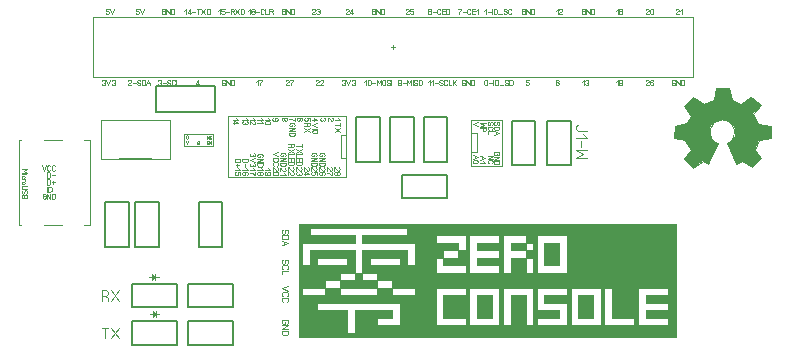
<source format=gbr>
%FSLAX34Y34*%
%MOMM*%
%LNCOPPER_BOTTOM*%
G71*
G01*
%ADD10C, 0.10*%
%ADD11C, 0.06*%
%ADD12C, 0.03*%
%ADD13C, 0.00*%
%ADD14C, 0.15*%
%ADD15C, 0.11*%
%ADD16R, 0.50X0.50*%
%ADD17C, 0.07*%
%LPD*%
G54D10*
X338931Y955675D02*
X338931Y952500D01*
G54D10*
X337344Y954088D02*
X340519Y954088D01*
G54D10*
X84931Y979488D02*
X592931Y979488D01*
X592931Y928688D01*
X84931Y928688D01*
X84931Y979488D01*
G54D10*
X298813Y844337D02*
X199197Y844338D01*
G54D10*
X298813Y895733D02*
X199197Y895733D01*
G54D10*
X298813Y844337D02*
X298813Y895733D01*
G54D10*
X199197Y844338D02*
X199197Y895733D01*
G54D10*
X298813Y860212D02*
X294844Y860212D01*
G54D10*
X298813Y879858D02*
X294844Y879858D01*
G54D10*
X294844Y860212D02*
X294844Y879858D01*
G54D11*
X292480Y894153D02*
X294147Y892486D01*
X289702Y892486D01*
G54D11*
X283352Y891486D02*
X283352Y894153D01*
X283630Y894153D01*
X284186Y893819D01*
X285852Y891819D01*
X286408Y891486D01*
X286964Y891486D01*
X287519Y891819D01*
X287797Y892486D01*
X287797Y893153D01*
X287519Y893819D01*
X286964Y894153D01*
G54D11*
X280614Y894153D02*
X281169Y893819D01*
X281447Y893153D01*
X281447Y892486D01*
X281169Y891819D01*
X280614Y891486D01*
X280058Y891486D01*
X279502Y891819D01*
X279225Y892486D01*
X278947Y891819D01*
X278391Y891486D01*
X277836Y891486D01*
X277280Y891819D01*
X277002Y892486D01*
X277002Y893153D01*
X277280Y893819D01*
X277836Y894153D01*
G54D11*
X270256Y892153D02*
X274700Y892153D01*
X271922Y894153D01*
X271367Y894153D01*
X271367Y891486D01*
G54D11*
X267953Y891486D02*
X267953Y894153D01*
X266009Y894153D01*
X266009Y893819D01*
X266286Y893153D01*
X266286Y892486D01*
X266009Y891819D01*
X265453Y891486D01*
X264342Y891486D01*
X263786Y891819D01*
X263509Y892486D01*
X263509Y893153D01*
X263786Y893819D01*
X264342Y894153D01*
G54D11*
X260770Y891486D02*
X261325Y891819D01*
X261603Y892486D01*
X261603Y893153D01*
X261325Y893819D01*
X260770Y894153D01*
X259381Y894153D01*
X259103Y894153D01*
X259659Y893153D01*
X259659Y892486D01*
X259381Y891819D01*
X258825Y891486D01*
X257992Y891486D01*
X257436Y891819D01*
X257159Y892486D01*
X257159Y893153D01*
X257436Y893819D01*
X257992Y894153D01*
X259381Y894153D01*
G54D11*
X255253Y894153D02*
X255253Y891486D01*
X254698Y891819D01*
X253864Y892486D01*
X252753Y893153D01*
X251920Y893486D01*
X250809Y893486D01*
G54D11*
X246681Y892486D02*
X246681Y893153D01*
X246959Y893819D01*
X247514Y894153D01*
X248070Y894153D01*
X248625Y893819D01*
X248903Y893153D01*
X248903Y892486D01*
X248625Y891819D01*
X248070Y891486D01*
X247514Y891486D01*
X246959Y891819D01*
X246681Y892486D01*
X246403Y891819D01*
X245848Y891486D01*
X245292Y891486D01*
X244736Y891819D01*
X244459Y892486D01*
X244459Y893153D01*
X244736Y893819D01*
X245292Y894153D01*
X245848Y894153D01*
X246403Y893819D01*
X246681Y893153D01*
G54D11*
X237354Y894153D02*
X236799Y893819D01*
X236521Y893153D01*
X236521Y892486D01*
X236799Y891819D01*
X237354Y891486D01*
X238744Y891486D01*
X239021Y891486D01*
X238466Y892486D01*
X238466Y893153D01*
X238744Y893819D01*
X239299Y894153D01*
X240132Y894153D01*
X240688Y893819D01*
X240966Y893153D01*
X240966Y892486D01*
X240688Y891819D01*
X240132Y891486D01*
X238744Y891486D01*
G54D11*
X232949Y894153D02*
X234616Y892486D01*
X230171Y892486D01*
G54D11*
X233782Y888597D02*
X231004Y888597D01*
X230449Y888930D01*
X230171Y889597D01*
X230171Y890264D01*
X230449Y890930D01*
X231004Y891264D01*
X233782Y891264D01*
X234338Y890930D01*
X234616Y890264D01*
X234616Y889597D01*
X234338Y888930D01*
X233782Y888597D01*
G54D11*
X226599Y894153D02*
X228266Y892486D01*
X223821Y892486D01*
G54D11*
X226599Y891264D02*
X228266Y889597D01*
X223821Y889597D01*
G54D11*
X220249Y894153D02*
X221916Y892486D01*
X217471Y892486D01*
G54D11*
X217471Y888597D02*
X217471Y891264D01*
X217749Y891264D01*
X218304Y890930D01*
X219971Y888930D01*
X220527Y888597D01*
X221082Y888597D01*
X221638Y888930D01*
X221916Y889597D01*
X221916Y890264D01*
X221638Y890930D01*
X221082Y891264D01*
G54D11*
X213899Y894153D02*
X215566Y892486D01*
X211121Y892486D01*
G54D11*
X214732Y891264D02*
X215288Y890930D01*
X215566Y890264D01*
X215566Y889597D01*
X215288Y888930D01*
X214732Y888597D01*
X214177Y888597D01*
X213621Y888930D01*
X213344Y889597D01*
X213066Y888930D01*
X212510Y888597D01*
X211955Y888597D01*
X211399Y888930D01*
X211121Y889597D01*
X211121Y890264D01*
X211399Y890930D01*
X211954Y891264D01*
G54D11*
X205962Y894153D02*
X207628Y892486D01*
X203184Y892486D01*
G54D11*
X203184Y889264D02*
X207628Y889264D01*
X204850Y891264D01*
X204295Y891264D01*
X204295Y888597D01*
G54D11*
X207549Y851290D02*
X209216Y849623D01*
X204771Y849623D01*
G54D11*
X209216Y845734D02*
X209216Y848401D01*
X207271Y848401D01*
X207271Y848068D01*
X207549Y847401D01*
X207549Y846734D01*
X207271Y846068D01*
X206716Y845734D01*
X205604Y845734D01*
X205049Y846068D01*
X204771Y846734D01*
X204771Y847401D01*
X205049Y848068D01*
X205605Y848401D01*
G54D11*
X213899Y851290D02*
X215566Y849623D01*
X211121Y849623D01*
G54D11*
X214732Y845734D02*
X215288Y846068D01*
X215566Y846734D01*
X215566Y847401D01*
X215288Y848068D01*
X214732Y848401D01*
X213344Y848401D01*
X213066Y848401D01*
X213621Y847401D01*
X213621Y846734D01*
X213344Y846068D01*
X212788Y845734D01*
X211955Y845734D01*
X211399Y846068D01*
X211121Y846734D01*
X211121Y847401D01*
X211399Y848068D01*
X211955Y848401D01*
X213344Y848401D01*
G54D11*
X220249Y851290D02*
X221916Y849623D01*
X217471Y849623D01*
G54D11*
X221916Y848401D02*
X221916Y845734D01*
X221360Y846068D01*
X220527Y846734D01*
X219416Y847401D01*
X218582Y847734D01*
X217471Y847734D01*
G54D11*
X226599Y851290D02*
X228266Y849623D01*
X223821Y849623D01*
G54D11*
X226044Y846734D02*
X226044Y847401D01*
X226321Y848068D01*
X226877Y848401D01*
X227432Y848401D01*
X227988Y848068D01*
X228266Y847401D01*
X228266Y846734D01*
X227988Y846068D01*
X227432Y845734D01*
X226877Y845734D01*
X226321Y846068D01*
X226044Y846734D01*
X225766Y846068D01*
X225210Y845734D01*
X224654Y845734D01*
X224099Y846068D01*
X223821Y846734D01*
X223821Y847401D01*
X224099Y848068D01*
X224654Y848401D01*
X225210Y848401D01*
X225766Y848068D01*
X226044Y847401D01*
G54D11*
X232949Y851290D02*
X234616Y849623D01*
X230171Y849623D01*
G54D11*
X231004Y848401D02*
X230449Y848068D01*
X230171Y847401D01*
X230171Y846734D01*
X230449Y846068D01*
X231004Y845734D01*
X232394Y845734D01*
X232671Y845734D01*
X232116Y846734D01*
X232116Y847401D01*
X232394Y848068D01*
X232949Y848401D01*
X233782Y848401D01*
X234338Y848068D01*
X234616Y847401D01*
X234616Y846734D01*
X234338Y846068D01*
X233782Y845734D01*
X232394Y845734D01*
G54D11*
X236918Y849417D02*
X236918Y852084D01*
X237196Y852084D01*
X237752Y851751D01*
X239418Y849751D01*
X239974Y849417D01*
X240529Y849417D01*
X241085Y849751D01*
X241362Y850417D01*
X241362Y851084D01*
X241085Y851750D01*
X240529Y852084D01*
G54D11*
X240529Y845528D02*
X237751Y845528D01*
X237196Y845862D01*
X236918Y846528D01*
X236918Y847195D01*
X237196Y847862D01*
X237752Y848195D01*
X240529Y848195D01*
X241085Y847862D01*
X241362Y847195D01*
X241362Y846528D01*
X241085Y845862D01*
X240529Y845528D01*
G54D11*
X243268Y848623D02*
X243268Y851290D01*
X243546Y851290D01*
X244101Y850957D01*
X245768Y848957D01*
X246324Y848623D01*
X246879Y848623D01*
X247435Y848957D01*
X247712Y849623D01*
X247713Y850290D01*
X247435Y850957D01*
X246879Y851290D01*
G54D11*
X246046Y847401D02*
X247712Y845734D01*
X243268Y845734D01*
G54D11*
X250015Y849417D02*
X250015Y852084D01*
X250293Y852084D01*
X250848Y851751D01*
X252515Y849751D01*
X253071Y849417D01*
X253626Y849417D01*
X254182Y849751D01*
X254459Y850417D01*
X254459Y851084D01*
X254182Y851751D01*
X253626Y852084D01*
G54D11*
X250015Y845528D02*
X250015Y848195D01*
X250293Y848195D01*
X250848Y847862D01*
X252515Y845862D01*
X253071Y845528D01*
X253626Y845528D01*
X254182Y845862D01*
X254459Y846528D01*
X254459Y847195D01*
X254182Y847862D01*
X253626Y848195D01*
G54D11*
X256762Y849417D02*
X256762Y852084D01*
X257040Y852084D01*
X257595Y851751D01*
X259262Y849750D01*
X259817Y849417D01*
X260373Y849417D01*
X260928Y849751D01*
X261206Y850417D01*
X261206Y851084D01*
X260929Y851751D01*
X260373Y852084D01*
G54D11*
X260373Y848195D02*
X260929Y847862D01*
X261206Y847195D01*
X261206Y846528D01*
X260928Y845862D01*
X260373Y845528D01*
X259817Y845528D01*
X259262Y845862D01*
X258984Y846528D01*
X258706Y845862D01*
X258151Y845528D01*
X257595Y845528D01*
X257040Y845862D01*
X256762Y846528D01*
X256762Y847195D01*
X257040Y847862D01*
X257595Y848195D01*
G54D11*
X263112Y849417D02*
X263112Y852084D01*
X263390Y852084D01*
X263945Y851751D01*
X265612Y849751D01*
X266167Y849417D01*
X266723Y849417D01*
X267278Y849751D01*
X267556Y850417D01*
X267556Y851084D01*
X267278Y851751D01*
X266723Y852084D01*
G54D11*
X263112Y846195D02*
X267556Y846195D01*
X264778Y848195D01*
X264223Y848195D01*
X264223Y845528D01*
G54D11*
X269462Y849417D02*
X269462Y852084D01*
X269740Y852084D01*
X270295Y851751D01*
X271962Y849751D01*
X272517Y849417D01*
X273073Y849417D01*
X273628Y849751D01*
X273906Y850417D01*
X273906Y851084D01*
X273629Y851750D01*
X273073Y852084D01*
G54D11*
X273906Y845528D02*
X273906Y848195D01*
X271962Y848195D01*
X271962Y847862D01*
X272240Y847195D01*
X272240Y846528D01*
X271962Y845862D01*
X271406Y845528D01*
X270295Y845528D01*
X269740Y845862D01*
X269462Y846528D01*
X269462Y847195D01*
X269740Y847862D01*
X270295Y848195D01*
G54D11*
X276209Y849417D02*
X276209Y852084D01*
X276486Y852084D01*
X277042Y851750D01*
X278709Y849751D01*
X279264Y849417D01*
X279820Y849417D01*
X280375Y849751D01*
X280653Y850417D01*
X280653Y851084D01*
X280375Y851750D01*
X279820Y852084D01*
G54D11*
X279820Y845528D02*
X280375Y845862D01*
X280653Y846528D01*
X280653Y847195D01*
X280375Y847862D01*
X279820Y848195D01*
X278431Y848195D01*
X278153Y848195D01*
X278709Y847195D01*
X278709Y846528D01*
X278431Y845862D01*
X277875Y845528D01*
X277042Y845528D01*
X276486Y845862D01*
X276209Y846528D01*
X276209Y847195D01*
X276486Y847862D01*
X277042Y848195D01*
X278431Y848195D01*
G54D11*
X282559Y849417D02*
X282559Y852084D01*
X282836Y852084D01*
X283392Y851751D01*
X285059Y849751D01*
X285614Y849417D01*
X286170Y849417D01*
X286725Y849750D01*
X287003Y850417D01*
X287003Y851084D01*
X286725Y851751D01*
X286170Y852084D01*
G54D11*
X287003Y848195D02*
X287003Y845528D01*
X286448Y845862D01*
X285614Y846528D01*
X284503Y847195D01*
X283670Y847528D01*
X282559Y847528D01*
G54D11*
X288909Y849417D02*
X288909Y852084D01*
X289186Y852084D01*
X289742Y851751D01*
X291409Y849751D01*
X291964Y849417D01*
X292520Y849417D01*
X293075Y849751D01*
X293353Y850417D01*
X293353Y851084D01*
X293075Y851751D01*
X292520Y852084D01*
G54D11*
X291131Y846528D02*
X291131Y847195D01*
X291409Y847862D01*
X291964Y848195D01*
X292520Y848195D01*
X293075Y847862D01*
X293353Y847195D01*
X293353Y846528D01*
X293075Y845862D01*
X292520Y845528D01*
X291964Y845528D01*
X291409Y845862D01*
X291131Y846528D01*
X290853Y845862D01*
X290298Y845528D01*
X289742Y845528D01*
X289186Y845862D01*
X288909Y846528D01*
X288909Y847195D01*
X289186Y847862D01*
X289742Y848195D01*
X290298Y848195D01*
X290853Y847862D01*
X291131Y847195D01*
G54D11*
X256762Y870594D02*
X261206Y870594D01*
G54D11*
X261206Y871928D02*
X261206Y869261D01*
G54D11*
X261206Y868039D02*
X256762Y864705D01*
G54D11*
X256762Y868039D02*
X261206Y864705D01*
G54D11*
X261206Y863484D02*
X256762Y863484D01*
X256762Y861150D01*
G54D11*
X256762Y857595D02*
X256762Y859929D01*
X261206Y859929D01*
X261206Y857595D01*
G54D11*
X258984Y859929D02*
X258984Y857595D01*
G54D11*
X256762Y856374D02*
X261206Y856374D01*
X261206Y854707D01*
X260928Y854040D01*
X260373Y853707D01*
X257595Y853707D01*
X257040Y854040D01*
X256762Y854707D01*
X256762Y856374D01*
G54D11*
X252237Y870594D02*
X251682Y869594D01*
X251126Y869261D01*
X250015Y869261D01*
G54D11*
X250015Y871928D02*
X254459Y871928D01*
X254459Y870261D01*
X254182Y869594D01*
X253626Y869261D01*
X253071Y869261D01*
X252515Y869594D01*
X252237Y870261D01*
X252237Y871928D01*
G54D11*
X254459Y868039D02*
X250015Y864705D01*
G54D11*
X250015Y868039D02*
X254459Y864705D01*
G54D11*
X254459Y863484D02*
X250015Y863484D01*
X250015Y861150D01*
G54D11*
X250015Y857595D02*
X250015Y859929D01*
X254459Y859929D01*
X254459Y857595D01*
G54D11*
X252237Y859929D02*
X252237Y857595D01*
G54D11*
X250015Y856374D02*
X254459Y856374D01*
X254459Y854707D01*
X254182Y854040D01*
X253626Y853707D01*
X250848Y853707D01*
X250293Y854040D01*
X250015Y854707D01*
X250015Y856374D01*
G54D11*
X211121Y859228D02*
X215566Y859228D01*
X215566Y857561D01*
X215288Y856894D01*
X214732Y856561D01*
X211954Y856561D01*
X211399Y856894D01*
X211121Y857561D01*
X211121Y859228D01*
G54D11*
X213066Y855339D02*
X213066Y852672D01*
G54D11*
X204771Y859228D02*
X209216Y859228D01*
X209216Y857561D01*
X208938Y856894D01*
X208382Y856561D01*
X205605Y856561D01*
X205049Y856894D01*
X204771Y857561D01*
X204771Y859228D01*
G54D11*
X206716Y855339D02*
X206716Y852672D01*
G54D11*
X207827Y854005D02*
X205605Y854005D01*
G54D11*
X289702Y888057D02*
X294147Y888057D01*
G54D11*
X294147Y889390D02*
X294147Y886723D01*
G54D11*
X294147Y885501D02*
X289702Y882168D01*
G54D11*
X289702Y885501D02*
X294147Y882168D01*
G54D11*
X265731Y888057D02*
X265175Y887057D01*
X264620Y886724D01*
X263509Y886724D01*
G54D11*
X263509Y889390D02*
X267953Y889390D01*
X267953Y887723D01*
X267675Y887057D01*
X267120Y886723D01*
X266564Y886724D01*
X266009Y887057D01*
X265731Y887723D01*
X265731Y889390D01*
G54D11*
X267953Y885501D02*
X263509Y882168D01*
G54D11*
X263509Y885501D02*
X267953Y882168D01*
G54D11*
X253031Y888057D02*
X253031Y886723D01*
X251642Y886724D01*
X251086Y887057D01*
X250809Y887723D01*
X250809Y888390D01*
X251086Y889057D01*
X251642Y889390D01*
X254420Y889390D01*
X254975Y889057D01*
X255253Y888390D01*
X255253Y887723D01*
X254975Y887057D01*
X254420Y886724D01*
G54D11*
X250809Y885501D02*
X255253Y885501D01*
X250809Y882834D01*
X255253Y882834D01*
G54D11*
X250809Y881612D02*
X255253Y881612D01*
X255253Y879945D01*
X254975Y879279D01*
X254420Y878945D01*
X251642Y878946D01*
X251086Y879279D01*
X250809Y879946D01*
X250809Y881612D01*
G54D11*
X278431Y862657D02*
X278431Y861324D01*
X277042Y861324D01*
X276486Y861657D01*
X276209Y862323D01*
X276209Y862990D01*
X276486Y863657D01*
X277042Y863990D01*
X279820Y863990D01*
X280375Y863657D01*
X280653Y862990D01*
X280653Y862324D01*
X280375Y861657D01*
X279820Y861323D01*
G54D11*
X276209Y860101D02*
X280653Y860101D01*
X276209Y857434D01*
X280653Y857434D01*
G54D11*
X276209Y856212D02*
X280653Y856212D01*
X280653Y854545D01*
X280375Y853879D01*
X279820Y853545D01*
X277042Y853545D01*
X276486Y853879D01*
X276209Y854546D01*
X276209Y856212D01*
G54D11*
X271684Y862657D02*
X271684Y861323D01*
X270295Y861324D01*
X269740Y861657D01*
X269462Y862324D01*
X269462Y862990D01*
X269740Y863657D01*
X270295Y863990D01*
X273073Y863990D01*
X273628Y863657D01*
X273906Y862990D01*
X273906Y862324D01*
X273628Y861657D01*
X273073Y861323D01*
G54D11*
X269462Y860101D02*
X273906Y860101D01*
X269462Y857434D01*
X273906Y857434D01*
G54D11*
X269462Y856212D02*
X273906Y856212D01*
X273906Y854546D01*
X273628Y853879D01*
X273073Y853546D01*
X270295Y853546D01*
X269740Y853879D01*
X269462Y854546D01*
X269462Y856212D01*
G54D11*
X245490Y862657D02*
X245490Y861323D01*
X244102Y861323D01*
X243546Y861657D01*
X243268Y862324D01*
X243268Y862990D01*
X243546Y863657D01*
X244101Y863990D01*
X246879Y863990D01*
X247435Y863657D01*
X247712Y862990D01*
X247713Y862323D01*
X247435Y861657D01*
X246879Y861324D01*
G54D11*
X243268Y860101D02*
X247712Y860101D01*
X243268Y857434D01*
X247712Y857434D01*
G54D11*
X243268Y856212D02*
X247712Y856212D01*
X247713Y854546D01*
X247435Y853879D01*
X246879Y853545D01*
X244102Y853545D01*
X243546Y853879D01*
X243268Y854545D01*
X243268Y856212D01*
G54D11*
X226044Y861863D02*
X226044Y860530D01*
X224654Y860530D01*
X224099Y860863D01*
X223821Y861530D01*
X223821Y862196D01*
X224099Y862863D01*
X224654Y863196D01*
X227432Y863196D01*
X227988Y862863D01*
X228266Y862196D01*
X228266Y861530D01*
X227988Y860863D01*
X227432Y860530D01*
G54D11*
X223821Y859307D02*
X228266Y859307D01*
X223821Y856641D01*
X228266Y856641D01*
G54D11*
X223821Y855418D02*
X228266Y855418D01*
X228266Y853752D01*
X227988Y853085D01*
X227432Y852752D01*
X224654Y852752D01*
X224099Y853085D01*
X223821Y853752D01*
X223821Y855418D01*
G54D11*
X274700Y889390D02*
X270256Y887724D01*
X274700Y886057D01*
G54D11*
X270256Y884835D02*
X274700Y884835D01*
G54D11*
X273867Y880946D02*
X271089Y880946D01*
X270533Y881280D01*
X270256Y881946D01*
X270256Y882613D01*
X270533Y883280D01*
X271089Y883613D01*
X273867Y883613D01*
X274422Y883280D01*
X274700Y882613D01*
X274700Y881946D01*
X274422Y881280D01*
X273867Y880946D01*
G54D11*
X221082Y863990D02*
X221638Y863657D01*
X221916Y862990D01*
X221916Y862324D01*
X221638Y861657D01*
X221082Y861323D01*
X220527Y861323D01*
X219971Y861657D01*
X219694Y862323D01*
X219416Y861657D01*
X218860Y861324D01*
X218304Y861324D01*
X217749Y861657D01*
X217471Y862323D01*
X217471Y862990D01*
X217749Y863657D01*
X218304Y863990D01*
G54D11*
X221916Y860101D02*
X217471Y858434D01*
X221916Y856768D01*
G54D11*
X221082Y855546D02*
X221638Y855213D01*
X221916Y854546D01*
X221916Y853879D01*
X221638Y853213D01*
X221082Y852879D01*
X220527Y852879D01*
X219971Y853213D01*
X219694Y853879D01*
X219416Y853213D01*
X218860Y852879D01*
X218304Y852879D01*
X217749Y853213D01*
X217471Y853879D01*
X217471Y854546D01*
X217749Y855213D01*
X218304Y855546D01*
G54D11*
X241379Y864790D02*
X236935Y863124D01*
X241379Y861457D01*
G54D11*
X237768Y857569D02*
X237213Y857902D01*
X236935Y858569D01*
X236935Y859235D01*
X237213Y859902D01*
X237768Y860235D01*
X240546Y860235D01*
X241102Y859902D01*
X241379Y859235D01*
X241379Y858569D01*
X241102Y857902D01*
X240546Y857568D01*
G54D11*
X237768Y853680D02*
X237213Y854013D01*
X236935Y854680D01*
X236935Y855346D01*
X237213Y856013D01*
X237768Y856346D01*
X240546Y856346D01*
X241102Y856013D01*
X241379Y855346D01*
X241379Y854680D01*
X241102Y854013D01*
X240546Y853680D01*
G54D10*
X161528Y880070D02*
X186134Y880070D01*
X186134Y870545D01*
X161528Y870545D01*
X161528Y880070D01*
G54D12*
X163116Y874403D02*
X164116Y871736D01*
X165116Y874403D01*
G54D12*
X173838Y873069D02*
X174638Y873069D01*
X174638Y872236D01*
X174438Y871903D01*
X174038Y871736D01*
X173638Y871736D01*
X173238Y871903D01*
X173038Y872236D01*
X173038Y873903D01*
X173238Y874236D01*
X173638Y874403D01*
X174038Y874403D01*
X174438Y874236D01*
X174638Y873903D01*
G54D12*
X182375Y871736D02*
X180975Y871736D01*
X180975Y874403D01*
X182375Y874403D01*
G54D12*
X180975Y873069D02*
X182375Y873069D01*
G54D12*
X183108Y871736D02*
X183108Y874403D01*
X184708Y871736D01*
X184708Y874403D01*
G54D12*
X165112Y878665D02*
X165112Y876998D01*
X164912Y876665D01*
X164512Y876498D01*
X164112Y876498D01*
X163712Y876665D01*
X163512Y876998D01*
X163512Y878665D01*
X163712Y878998D01*
X164112Y879165D01*
X164512Y879165D01*
X164912Y878998D01*
X165112Y878665D01*
G54D12*
X180975Y876102D02*
X180975Y878768D01*
X182575Y876102D01*
X182575Y878768D01*
G54D12*
X184908Y876602D02*
X184708Y876268D01*
X184308Y876102D01*
X183908Y876102D01*
X183508Y876268D01*
X183308Y876602D01*
X183308Y878268D01*
X183508Y878602D01*
X183908Y878768D01*
X184308Y878768D01*
X184708Y878602D01*
X184908Y878268D01*
G54D13*
X133747Y859631D02*
X106759Y859631D01*
G54D10*
X149423Y858838D02*
X91083Y858838D01*
X91083Y892175D01*
X149423Y892175D01*
X149423Y858838D01*
G54D10*
X404416Y892175D02*
X430609Y892175D01*
X430609Y853678D01*
X404416Y853678D01*
X404416Y892175D01*
G54D10*
X405209Y881062D02*
X409972Y881062D01*
X409972Y865188D01*
X405209Y865188D01*
G54D11*
X410442Y890303D02*
X405997Y888637D01*
X410442Y886970D01*
G54D11*
X417049Y889709D02*
X412604Y889709D01*
X415382Y888042D01*
X412604Y886376D01*
X417049Y886376D01*
G54D11*
X412604Y885154D02*
X417049Y885154D01*
X417049Y883487D01*
X416771Y882821D01*
X416216Y882487D01*
X415660Y882487D01*
X415104Y882821D01*
X414827Y883487D01*
X414827Y885154D01*
G54D11*
X419536Y890588D02*
X418981Y890254D01*
X418703Y889588D01*
X418703Y888921D01*
X418981Y888254D01*
X419536Y887921D01*
X420092Y887921D01*
X420648Y888254D01*
X420925Y888921D01*
X420925Y889588D01*
X421203Y890254D01*
X421759Y890588D01*
X422314Y890588D01*
X422870Y890254D01*
X423148Y889588D01*
X423148Y888921D01*
X422870Y888254D01*
X422314Y887921D01*
G54D11*
X419536Y884032D02*
X418981Y884365D01*
X418703Y885032D01*
X418703Y885698D01*
X418981Y886365D01*
X419536Y886698D01*
X422314Y886698D01*
X422870Y886365D01*
X423148Y885698D01*
X423148Y885032D01*
X422870Y884365D01*
X422314Y884032D01*
G54D11*
X423148Y882810D02*
X418703Y882810D01*
X418703Y880476D01*
G54D11*
X425093Y890588D02*
X424537Y890254D01*
X424259Y889588D01*
X424259Y888921D01*
X424537Y888254D01*
X425093Y887921D01*
X425648Y887921D01*
X426204Y888254D01*
X426482Y888921D01*
X426482Y889588D01*
X426759Y890254D01*
X427315Y890588D01*
X427870Y890588D01*
X428426Y890254D01*
X428704Y889588D01*
X428704Y888921D01*
X428426Y888254D01*
X427870Y887921D01*
G54D11*
X424259Y886698D02*
X428704Y886698D01*
X428704Y885032D01*
X428426Y884365D01*
X427870Y884032D01*
X425093Y884032D01*
X424537Y884365D01*
X424259Y885032D01*
X424259Y886698D01*
G54D11*
X424259Y882810D02*
X428704Y881143D01*
X424259Y879476D01*
G54D11*
X425926Y882143D02*
X425926Y880143D01*
G54D11*
X406003Y862806D02*
X410448Y861140D01*
X406003Y859473D01*
G54D11*
X407670Y862140D02*
X407670Y860140D01*
G54D11*
X409614Y855585D02*
X406836Y855585D01*
X406281Y855918D01*
X406003Y856585D01*
X406003Y857251D01*
X406281Y857918D01*
X406836Y858251D01*
X409614Y858251D01*
X410170Y857918D01*
X410448Y857251D01*
X410448Y856585D01*
X410170Y855918D01*
X409614Y855585D01*
G54D11*
X412353Y862012D02*
X416798Y860346D01*
X412353Y858679D01*
G54D11*
X414020Y861346D02*
X414020Y859346D01*
G54D11*
X415131Y857458D02*
X416798Y855791D01*
X412353Y855791D01*
G54D11*
X418703Y862012D02*
X423148Y862012D01*
X418703Y859346D01*
X423148Y859346D01*
G54D11*
X419536Y855457D02*
X418981Y855790D01*
X418703Y856457D01*
X418703Y857124D01*
X418981Y857790D01*
X419536Y858124D01*
X422314Y858124D01*
X422870Y857790D01*
X423148Y857124D01*
X423148Y856457D01*
X422870Y855790D01*
X422314Y855457D01*
G54D11*
X426482Y863854D02*
X426482Y862521D01*
X425093Y862521D01*
X424537Y862854D01*
X424259Y863521D01*
X424259Y864188D01*
X424537Y864854D01*
X425093Y865188D01*
X427870Y865188D01*
X428426Y864854D01*
X428704Y864188D01*
X428704Y863521D01*
X428426Y862854D01*
X427870Y862521D01*
G54D11*
X424259Y861298D02*
X428704Y861298D01*
X424259Y858632D01*
X428704Y858632D01*
G54D11*
X424259Y857410D02*
X428704Y857410D01*
X428704Y855743D01*
X428426Y855076D01*
X427870Y854743D01*
X425093Y854743D01*
X424537Y855076D01*
X424259Y855743D01*
X424259Y857410D01*
G54D14*
X203175Y753744D02*
X203175Y733744D01*
X165175Y733744D01*
X165175Y753744D01*
X203175Y753744D01*
G54D14*
X203175Y721994D02*
X203175Y701994D01*
X165175Y701994D01*
X165175Y721994D01*
X203175Y721994D01*
G54D14*
X155550Y721994D02*
X155550Y701994D01*
X117550Y701994D01*
X117550Y721994D01*
X155550Y721994D01*
G54D14*
X155550Y753744D02*
X155550Y733744D01*
X117550Y733744D01*
X117550Y753744D01*
X155550Y753744D01*
G54D15*
X94742Y743426D02*
X96742Y742315D01*
X97408Y741203D01*
X97408Y738981D01*
G54D15*
X92075Y738981D02*
X92075Y747870D01*
X95408Y747870D01*
X96742Y747315D01*
X97408Y746203D01*
X97408Y745092D01*
X96742Y743981D01*
X95408Y743426D01*
X92075Y743426D01*
G54D15*
X99852Y747870D02*
X106519Y738981D01*
G54D15*
X99852Y738981D02*
X106519Y747870D01*
G54D15*
X94742Y707231D02*
X94742Y716120D01*
G54D15*
X92075Y716120D02*
X97408Y716120D01*
G54D15*
X99852Y716120D02*
X106519Y707231D01*
G54D15*
X99852Y707231D02*
X106519Y716120D01*
G54D11*
X139700Y925155D02*
X140033Y925710D01*
X140700Y925988D01*
X141367Y925988D01*
X142033Y925710D01*
X142367Y925155D01*
X142367Y924599D01*
X142033Y924044D01*
X141367Y923766D01*
X142033Y923488D01*
X142367Y922933D01*
X142367Y922377D01*
X142033Y921822D01*
X141367Y921544D01*
X140700Y921544D01*
X140033Y921822D01*
X139700Y922377D01*
G54D11*
X143589Y923488D02*
X146256Y923488D01*
G54D11*
X147478Y922377D02*
X147811Y921822D01*
X148478Y921544D01*
X149145Y921544D01*
X149811Y921822D01*
X150145Y922377D01*
X150145Y922933D01*
X149811Y923488D01*
X149145Y923766D01*
X148478Y923766D01*
X147811Y924044D01*
X147478Y924599D01*
X147478Y925155D01*
X147811Y925710D01*
X148478Y925988D01*
X149145Y925988D01*
X149811Y925710D01*
X150145Y925155D01*
G54D11*
X154034Y922377D02*
X153700Y921822D01*
X153034Y921544D01*
X152367Y921544D01*
X151700Y921822D01*
X151367Y922377D01*
X151367Y925155D01*
X151700Y925710D01*
X152367Y925988D01*
X153034Y925988D01*
X153700Y925710D01*
X154034Y925155D01*
G54D11*
X155256Y925988D02*
X155256Y921544D01*
X157589Y921544D01*
G54D11*
X116967Y921544D02*
X114300Y921544D01*
X114300Y921822D01*
X114633Y922377D01*
X116633Y924044D01*
X116967Y924599D01*
X116967Y925155D01*
X116633Y925710D01*
X115967Y925988D01*
X115300Y925988D01*
X114633Y925710D01*
X114300Y925155D01*
G54D11*
X118189Y923488D02*
X120856Y923488D01*
G54D11*
X122078Y922377D02*
X122411Y921822D01*
X123078Y921544D01*
X123745Y921544D01*
X124411Y921822D01*
X124745Y922377D01*
X124745Y922933D01*
X124411Y923488D01*
X123745Y923766D01*
X123078Y923766D01*
X122411Y924044D01*
X122078Y924599D01*
X122078Y925155D01*
X122411Y925710D01*
X123078Y925988D01*
X123745Y925988D01*
X124411Y925710D01*
X124745Y925155D01*
G54D11*
X125967Y921544D02*
X125967Y925988D01*
X127634Y925988D01*
X128300Y925710D01*
X128634Y925155D01*
X128634Y922377D01*
X128300Y921822D01*
X127634Y921544D01*
X125967Y921544D01*
G54D11*
X129856Y921544D02*
X131523Y925988D01*
X133189Y921544D01*
G54D11*
X130523Y923210D02*
X132523Y923210D01*
G54D14*
X307475Y894506D02*
X327475Y894506D01*
X327475Y856506D01*
X307475Y856506D01*
X307475Y894506D01*
G54D14*
X336050Y894506D02*
X356050Y894506D01*
X356050Y856506D01*
X336050Y856506D01*
X336050Y894506D01*
G54D14*
X364625Y894506D02*
X384625Y894506D01*
X384625Y856506D01*
X364625Y856506D01*
X364625Y894506D01*
G54D14*
X439238Y891729D02*
X459238Y891729D01*
X459238Y853729D01*
X439238Y853729D01*
X439238Y891729D01*
G54D10*
X611981Y919559D02*
X623094Y919559D01*
X625475Y909241D01*
X633016Y906066D01*
X642144Y912019D01*
X650081Y904875D01*
X643731Y896938D01*
X647303Y889000D01*
X658416Y887412D01*
X658416Y876697D01*
X648494Y875506D01*
X644922Y867172D01*
X650081Y859631D01*
X642541Y852091D01*
X633809Y857647D01*
X629444Y854869D01*
X621903Y871538D01*
G54D10*
X613172Y871538D02*
X605631Y855266D01*
X601266Y857250D01*
X592931Y851694D01*
X584597Y859234D01*
X590550Y867172D01*
X586978Y875506D01*
X576659Y876697D01*
X577056Y887412D01*
X587772Y889397D01*
X590550Y895747D01*
X584597Y904081D01*
X592534Y911622D01*
X601662Y906066D01*
X610394Y909241D01*
X611981Y919559D01*
G54D10*
G75*
G01X621634Y872222D02*
G03X613429Y872222I-4103J9666D01*
G01*
G36*
X577056Y887412D02*
X587772Y889397D01*
X590550Y895747D01*
X584597Y904081D01*
X592534Y911622D01*
X601662Y906066D01*
X610394Y909241D01*
X611981Y919559D01*
X623094Y919559D01*
X625475Y909241D01*
X633016Y906066D01*
X642144Y912019D01*
X650081Y904875D01*
X643731Y896938D01*
X647303Y889000D01*
X658416Y887412D01*
X658416Y876697D01*
X648494Y875506D01*
X644922Y867172D01*
X650081Y859631D01*
X642541Y852091D01*
X633809Y857647D01*
X629444Y854869D01*
X621506Y872331D01*
X622697Y872728D01*
X623888Y873522D01*
X626269Y875903D01*
X627856Y879078D01*
X628253Y881062D01*
X628253Y882650D01*
X627856Y885031D01*
X626666Y887809D01*
X624284Y890588D01*
X622300Y891778D01*
X620316Y892572D01*
X617934Y892969D01*
X615553Y892572D01*
X612378Y891778D01*
X609600Y889397D01*
X606822Y885428D01*
X606822Y879078D01*
X608012Y876697D01*
X609600Y874316D01*
X611981Y872331D01*
X613569Y872331D01*
X605631Y855266D01*
X601266Y857250D01*
X592931Y851694D01*
X584597Y859234D01*
X590550Y867172D01*
X577056Y887412D01*
G37*
G54D10*
X577056Y887412D02*
X587772Y889397D01*
X590550Y895747D01*
X584597Y904081D01*
X592534Y911622D01*
X601662Y906066D01*
X610394Y909241D01*
X611981Y919559D01*
X623094Y919559D01*
X625475Y909241D01*
X633016Y906066D01*
X642144Y912019D01*
X650081Y904875D01*
X643731Y896938D01*
X647303Y889000D01*
X658416Y887412D01*
X658416Y876697D01*
X648494Y875506D01*
X644922Y867172D01*
X650081Y859631D01*
X642541Y852091D01*
X633809Y857647D01*
X629444Y854869D01*
X621506Y872331D01*
X622697Y872728D01*
X623888Y873522D01*
X626269Y875903D01*
X627856Y879078D01*
X628253Y881062D01*
X628253Y882650D01*
X627856Y885031D01*
X626666Y887809D01*
X624284Y890588D01*
X622300Y891778D01*
X620316Y892572D01*
X617934Y892969D01*
X615553Y892572D01*
X612378Y891778D01*
X609600Y889397D01*
X606822Y885428D01*
X606822Y879078D01*
X608012Y876697D01*
X609600Y874316D01*
X611981Y872331D01*
X613569Y872331D01*
X605631Y855266D01*
X601266Y857250D01*
X592931Y851694D01*
X584597Y859234D01*
X590550Y867172D01*
X577056Y887412D01*
G36*
X577056Y887412D02*
X576659Y876697D01*
X586978Y875506D01*
X577056Y887412D01*
G37*
G54D10*
X577056Y887412D02*
X576659Y876697D01*
X586978Y875506D01*
X577056Y887412D01*
G54D11*
X161925Y984646D02*
X163592Y986313D01*
X163592Y981869D01*
G54D11*
X166814Y981869D02*
X166814Y986313D01*
X164814Y983535D01*
X164814Y982980D01*
X167481Y982980D01*
G54D11*
X168703Y983813D02*
X171370Y983813D01*
G54D11*
X173925Y981869D02*
X173925Y986313D01*
G54D11*
X172592Y986313D02*
X175259Y986313D01*
G54D11*
X176481Y986313D02*
X179814Y981869D01*
G54D11*
X176481Y981869D02*
X179814Y986313D01*
G54D11*
X181036Y981869D02*
X181036Y986313D01*
X182703Y986313D01*
X183369Y986035D01*
X183703Y985480D01*
X183703Y982702D01*
X183369Y982146D01*
X182703Y981869D01*
X181036Y981869D01*
G54D11*
X190500Y984646D02*
X192167Y986313D01*
X192167Y981869D01*
G54D11*
X196056Y986313D02*
X193389Y986313D01*
X193389Y984369D01*
X193722Y984369D01*
X194389Y984646D01*
X195056Y984646D01*
X195722Y984369D01*
X196056Y983813D01*
X196056Y982702D01*
X195722Y982146D01*
X195056Y981869D01*
X194389Y981869D01*
X193722Y982146D01*
X193389Y982702D01*
G54D11*
X197278Y983813D02*
X199945Y983813D01*
G54D11*
X202500Y984091D02*
X203500Y983535D01*
X203834Y982980D01*
X203834Y981869D01*
G54D11*
X201167Y981869D02*
X201167Y986313D01*
X202834Y986313D01*
X203500Y986035D01*
X203834Y985480D01*
X203834Y984924D01*
X203500Y984369D01*
X202834Y984091D01*
X201167Y984091D01*
G54D11*
X205056Y986313D02*
X208389Y981869D01*
G54D11*
X205056Y981869D02*
X208389Y986313D01*
G54D11*
X209611Y981869D02*
X209611Y986313D01*
X211278Y986313D01*
X211944Y986035D01*
X212278Y985480D01*
X212278Y982702D01*
X211944Y982146D01*
X211278Y981869D01*
X209611Y981869D01*
G54D11*
X415925Y984646D02*
X417592Y986313D01*
X417592Y981869D01*
G54D11*
X418814Y983813D02*
X421481Y983813D01*
G54D11*
X422703Y981869D02*
X422703Y986313D01*
G54D11*
X423925Y981869D02*
X423925Y986313D01*
X425592Y986313D01*
X426258Y986035D01*
X426592Y985480D01*
X426592Y982702D01*
X426258Y982146D01*
X425592Y981869D01*
X423925Y981869D01*
G54D11*
X427814Y981869D02*
X431147Y981869D01*
G54D11*
X432369Y982702D02*
X432702Y982146D01*
X433369Y981869D01*
X434036Y981869D01*
X434702Y982146D01*
X435036Y982702D01*
X435036Y983258D01*
X434702Y983813D01*
X434036Y984091D01*
X433369Y984091D01*
X432702Y984369D01*
X432369Y984924D01*
X432369Y985480D01*
X432702Y986035D01*
X433369Y986313D01*
X434036Y986313D01*
X434702Y986035D01*
X435036Y985480D01*
G54D11*
X438925Y982702D02*
X438591Y982146D01*
X437925Y981869D01*
X437258Y981869D01*
X436591Y982146D01*
X436258Y982702D01*
X436258Y985480D01*
X436591Y986035D01*
X437258Y986313D01*
X437925Y986313D01*
X438591Y986035D01*
X438925Y985480D01*
G54D11*
X418592Y925155D02*
X418592Y922377D01*
X418258Y921822D01*
X417592Y921544D01*
X416925Y921544D01*
X416258Y921822D01*
X415925Y922377D01*
X415925Y925155D01*
X416258Y925710D01*
X416925Y925988D01*
X417592Y925988D01*
X418258Y925710D01*
X418592Y925155D01*
G54D11*
X419814Y923488D02*
X422481Y923488D01*
G54D11*
X423703Y921544D02*
X423703Y925988D01*
G54D11*
X424925Y921544D02*
X424925Y925988D01*
X426592Y925988D01*
X427258Y925710D01*
X427592Y925155D01*
X427592Y922377D01*
X427258Y921822D01*
X426592Y921544D01*
X424925Y921544D01*
G54D11*
X428814Y921544D02*
X432147Y921544D01*
G54D11*
X433369Y922377D02*
X433702Y921822D01*
X434369Y921544D01*
X435036Y921544D01*
X435702Y921822D01*
X436036Y922377D01*
X436036Y922933D01*
X435702Y923488D01*
X435036Y923766D01*
X434369Y923766D01*
X433702Y924044D01*
X433369Y924599D01*
X433369Y925155D01*
X433702Y925710D01*
X434369Y925988D01*
X435036Y925988D01*
X435702Y925710D01*
X436036Y925155D01*
G54D11*
X437258Y921544D02*
X437258Y925988D01*
X438925Y925988D01*
X439591Y925710D01*
X439925Y925155D01*
X439925Y922377D01*
X439591Y921822D01*
X438925Y921544D01*
X437258Y921544D01*
G54D11*
X144208Y984091D02*
X145542Y984091D01*
X145542Y982702D01*
X145208Y982146D01*
X144542Y981869D01*
X143875Y981869D01*
X143208Y982146D01*
X142875Y982702D01*
X142875Y985480D01*
X143208Y986035D01*
X143875Y986313D01*
X144542Y986313D01*
X145208Y986035D01*
X145542Y985480D01*
G54D11*
X146764Y981869D02*
X146764Y986313D01*
X149431Y981869D01*
X149431Y986313D01*
G54D11*
X150653Y981869D02*
X150653Y986313D01*
X152320Y986313D01*
X152986Y986035D01*
X153320Y985480D01*
X153320Y982702D01*
X152986Y982146D01*
X152320Y981869D01*
X150653Y981869D01*
G54D11*
X195008Y923766D02*
X196342Y923766D01*
X196342Y922377D01*
X196008Y921822D01*
X195342Y921544D01*
X194675Y921544D01*
X194008Y921822D01*
X193675Y922377D01*
X193675Y925155D01*
X194008Y925710D01*
X194675Y925988D01*
X195342Y925988D01*
X196008Y925710D01*
X196342Y925155D01*
G54D11*
X197564Y921544D02*
X197564Y925988D01*
X200231Y921544D01*
X200231Y925988D01*
G54D11*
X201453Y921544D02*
X201453Y925988D01*
X203120Y925988D01*
X203786Y925710D01*
X204120Y925155D01*
X204120Y922377D01*
X203786Y921822D01*
X203120Y921544D01*
X201453Y921544D01*
G54D11*
X245808Y984091D02*
X247142Y984091D01*
X247142Y982702D01*
X246808Y982146D01*
X246142Y981869D01*
X245475Y981869D01*
X244808Y982146D01*
X244475Y982702D01*
X244475Y985480D01*
X244808Y986035D01*
X245475Y986313D01*
X246142Y986313D01*
X246808Y986035D01*
X247142Y985480D01*
G54D11*
X248364Y981869D02*
X248364Y986313D01*
X251031Y981869D01*
X251031Y986313D01*
G54D11*
X252253Y981869D02*
X252253Y986313D01*
X253920Y986313D01*
X254586Y986035D01*
X254920Y985480D01*
X254920Y982702D01*
X254586Y982146D01*
X253920Y981869D01*
X252253Y981869D01*
G54D11*
X322008Y984091D02*
X323342Y984091D01*
X323342Y982702D01*
X323008Y982146D01*
X322342Y981869D01*
X321675Y981869D01*
X321008Y982146D01*
X320675Y982702D01*
X320675Y985480D01*
X321008Y986035D01*
X321675Y986313D01*
X322342Y986313D01*
X323008Y986035D01*
X323342Y985480D01*
G54D11*
X324564Y981869D02*
X324564Y986313D01*
X327231Y981869D01*
X327231Y986313D01*
G54D11*
X328453Y981869D02*
X328453Y986313D01*
X330120Y986313D01*
X330786Y986035D01*
X331120Y985480D01*
X331120Y982702D01*
X330786Y982146D01*
X330120Y981869D01*
X328453Y981869D01*
G54D11*
X449008Y984091D02*
X450342Y984091D01*
X450342Y982702D01*
X450008Y982146D01*
X449342Y981869D01*
X448675Y981869D01*
X448008Y982146D01*
X447675Y982702D01*
X447675Y985480D01*
X448008Y986035D01*
X448675Y986313D01*
X449342Y986313D01*
X450008Y986035D01*
X450342Y985480D01*
G54D11*
X451564Y981869D02*
X451564Y986313D01*
X454231Y981869D01*
X454231Y986313D01*
G54D11*
X455453Y981869D02*
X455453Y986313D01*
X457120Y986313D01*
X457786Y986035D01*
X458120Y985480D01*
X458120Y982702D01*
X457786Y982146D01*
X457120Y981869D01*
X455453Y981869D01*
G54D11*
X499808Y984091D02*
X501142Y984091D01*
X501142Y982702D01*
X500808Y982146D01*
X500142Y981869D01*
X499475Y981869D01*
X498808Y982146D01*
X498475Y982702D01*
X498475Y985480D01*
X498808Y986035D01*
X499475Y986313D01*
X500142Y986313D01*
X500808Y986035D01*
X501142Y985480D01*
G54D11*
X502364Y981869D02*
X502364Y986313D01*
X505031Y981869D01*
X505031Y986313D01*
G54D11*
X506253Y981869D02*
X506253Y986313D01*
X507920Y986313D01*
X508586Y986035D01*
X508920Y985480D01*
X508920Y982702D01*
X508586Y982146D01*
X507920Y981869D01*
X506253Y981869D01*
G54D11*
X576008Y923766D02*
X577342Y923766D01*
X577342Y922377D01*
X577008Y921822D01*
X576342Y921544D01*
X575675Y921544D01*
X575008Y921822D01*
X574675Y922377D01*
X574675Y925155D01*
X575008Y925710D01*
X575675Y925988D01*
X576342Y925988D01*
X577008Y925710D01*
X577342Y925155D01*
G54D11*
X578564Y921544D02*
X578564Y925988D01*
X581231Y921544D01*
X581231Y925988D01*
G54D11*
X582453Y921544D02*
X582453Y925988D01*
X584120Y925988D01*
X584786Y925710D01*
X585120Y925155D01*
X585120Y922377D01*
X584786Y921822D01*
X584120Y921544D01*
X582453Y921544D01*
G54D11*
X398208Y923766D02*
X399542Y923766D01*
X399542Y922377D01*
X399208Y921822D01*
X398542Y921544D01*
X397875Y921544D01*
X397208Y921822D01*
X396875Y922377D01*
X396875Y925155D01*
X397208Y925710D01*
X397875Y925988D01*
X398542Y925988D01*
X399208Y925710D01*
X399542Y925155D01*
G54D11*
X400764Y921544D02*
X400764Y925988D01*
X403431Y921544D01*
X403431Y925988D01*
G54D11*
X404653Y921544D02*
X404653Y925988D01*
X406320Y925988D01*
X406986Y925710D01*
X407320Y925155D01*
X407320Y922377D01*
X406986Y921822D01*
X406320Y921544D01*
X404653Y921544D01*
G54D11*
X97917Y986313D02*
X95250Y986313D01*
X95250Y984369D01*
X95583Y984369D01*
X96250Y984646D01*
X96917Y984646D01*
X97583Y984369D01*
X97917Y983813D01*
X97917Y982702D01*
X97583Y982146D01*
X96917Y981869D01*
X96250Y981869D01*
X95583Y982146D01*
X95250Y982702D01*
G54D11*
X99139Y986313D02*
X100806Y981869D01*
X102472Y986313D01*
G54D11*
X123317Y986313D02*
X120650Y986313D01*
X120650Y984369D01*
X120983Y984369D01*
X121650Y984646D01*
X122317Y984646D01*
X122983Y984369D01*
X123317Y983813D01*
X123317Y982702D01*
X122983Y982146D01*
X122317Y981869D01*
X121650Y981869D01*
X120983Y982146D01*
X120650Y982702D01*
G54D11*
X124539Y986313D02*
X126206Y981869D01*
X127872Y986313D01*
G54D11*
X92075Y925155D02*
X92408Y925710D01*
X93075Y925988D01*
X93742Y925988D01*
X94408Y925710D01*
X94742Y925155D01*
X94742Y924599D01*
X94408Y924044D01*
X93742Y923766D01*
X94408Y923488D01*
X94742Y922933D01*
X94742Y922377D01*
X94408Y921822D01*
X93742Y921544D01*
X93075Y921544D01*
X92408Y921822D01*
X92075Y922377D01*
G54D11*
X95964Y925988D02*
X97631Y921544D01*
X99297Y925988D01*
G54D11*
X100519Y925155D02*
X100852Y925710D01*
X101519Y925988D01*
X102186Y925988D01*
X102852Y925710D01*
X103186Y925155D01*
X103186Y924599D01*
X102852Y924044D01*
X102186Y923766D01*
X102852Y923488D01*
X103186Y922933D01*
X103186Y922377D01*
X102852Y921822D01*
X102186Y921544D01*
X101519Y921544D01*
X100852Y921822D01*
X100519Y922377D01*
G54D11*
X173450Y921544D02*
X173450Y925988D01*
X171450Y923210D01*
X171450Y922655D01*
X174117Y922655D01*
G54D11*
X215900Y984646D02*
X217567Y986313D01*
X217567Y981869D01*
G54D11*
X220456Y984091D02*
X219789Y984091D01*
X219122Y984369D01*
X218789Y984924D01*
X218789Y985480D01*
X219122Y986035D01*
X219789Y986313D01*
X220456Y986313D01*
X221122Y986035D01*
X221456Y985480D01*
X221456Y984924D01*
X221122Y984369D01*
X220456Y984091D01*
X221122Y983813D01*
X221456Y983258D01*
X221456Y982702D01*
X221122Y982146D01*
X220456Y981869D01*
X219789Y981869D01*
X219122Y982146D01*
X218789Y982702D01*
X218789Y983258D01*
X219122Y983813D01*
X219789Y984091D01*
G54D11*
X222678Y983813D02*
X225345Y983813D01*
G54D11*
X229234Y982702D02*
X228900Y982146D01*
X228234Y981869D01*
X227567Y981869D01*
X226900Y982146D01*
X226567Y982702D01*
X226567Y985480D01*
X226900Y986035D01*
X227567Y986313D01*
X228234Y986313D01*
X228900Y986035D01*
X229234Y985480D01*
G54D11*
X230456Y986313D02*
X230456Y981869D01*
X232789Y981869D01*
G54D11*
X235344Y984091D02*
X236344Y983535D01*
X236678Y982980D01*
X236678Y981869D01*
G54D11*
X234011Y981869D02*
X234011Y986313D01*
X235678Y986313D01*
X236344Y986035D01*
X236678Y985480D01*
X236678Y984924D01*
X236344Y984369D01*
X235678Y984091D01*
X234011Y984091D01*
G54D11*
X272542Y981869D02*
X269875Y981869D01*
X269875Y982146D01*
X270208Y982702D01*
X272208Y984369D01*
X272542Y984924D01*
X272542Y985480D01*
X272208Y986035D01*
X271542Y986313D01*
X270875Y986313D01*
X270208Y986035D01*
X269875Y985480D01*
G54D11*
X273764Y985480D02*
X274097Y986035D01*
X274764Y986313D01*
X275431Y986313D01*
X276097Y986035D01*
X276431Y985480D01*
X276431Y984924D01*
X276097Y984369D01*
X275431Y984091D01*
X276097Y983813D01*
X276431Y983258D01*
X276431Y982702D01*
X276097Y982146D01*
X275431Y981869D01*
X274764Y981869D01*
X274097Y982146D01*
X273764Y982702D01*
G54D11*
X301117Y981869D02*
X298450Y981869D01*
X298450Y982146D01*
X298783Y982702D01*
X300783Y984369D01*
X301117Y984924D01*
X301117Y985480D01*
X300783Y986035D01*
X300117Y986313D01*
X299450Y986313D01*
X298783Y986035D01*
X298450Y985480D01*
G54D11*
X304339Y981869D02*
X304339Y986313D01*
X302339Y983535D01*
X302339Y982980D01*
X305006Y982980D01*
G54D11*
X351917Y981869D02*
X349250Y981869D01*
X349250Y982146D01*
X349583Y982702D01*
X351583Y984369D01*
X351917Y984924D01*
X351917Y985480D01*
X351583Y986035D01*
X350917Y986313D01*
X350250Y986313D01*
X349583Y986035D01*
X349250Y985480D01*
G54D11*
X355806Y986313D02*
X353139Y986313D01*
X353139Y984369D01*
X353472Y984369D01*
X354139Y984646D01*
X354806Y984646D01*
X355472Y984369D01*
X355806Y983813D01*
X355806Y982702D01*
X355472Y982146D01*
X354806Y981869D01*
X354139Y981869D01*
X353472Y982146D01*
X353139Y982702D01*
G54D11*
X369967Y984091D02*
X369300Y984091D01*
X368633Y984369D01*
X368300Y984924D01*
X368300Y985480D01*
X368633Y986035D01*
X369300Y986313D01*
X369967Y986313D01*
X370633Y986035D01*
X370967Y985480D01*
X370967Y984924D01*
X370633Y984369D01*
X369967Y984091D01*
X370633Y983813D01*
X370967Y983258D01*
X370967Y982702D01*
X370633Y982146D01*
X369967Y981869D01*
X369300Y981869D01*
X368633Y982146D01*
X368300Y982702D01*
X368300Y983258D01*
X368633Y983813D01*
X369300Y984091D01*
G54D11*
X372189Y983813D02*
X374856Y983813D01*
G54D11*
X378745Y982702D02*
X378411Y982146D01*
X377745Y981869D01*
X377078Y981869D01*
X376411Y982146D01*
X376078Y982702D01*
X376078Y985480D01*
X376411Y986035D01*
X377078Y986313D01*
X377745Y986313D01*
X378411Y986035D01*
X378745Y985480D01*
G54D11*
X382300Y981869D02*
X379967Y981869D01*
X379967Y986313D01*
X382300Y986313D01*
G54D11*
X379967Y984091D02*
X382300Y984091D01*
G54D11*
X386189Y985480D02*
X386189Y982702D01*
X385855Y982146D01*
X385189Y981869D01*
X384522Y981869D01*
X383855Y982146D01*
X383522Y982702D01*
X383522Y985480D01*
X383855Y986035D01*
X384522Y986313D01*
X385189Y986313D01*
X385855Y986035D01*
X386189Y985480D01*
G54D11*
X393700Y986313D02*
X396367Y986313D01*
X396033Y985758D01*
X395367Y984924D01*
X394700Y983813D01*
X394367Y982980D01*
X394367Y981869D01*
G54D11*
X397589Y983813D02*
X400256Y983813D01*
G54D11*
X404145Y982702D02*
X403811Y982146D01*
X403145Y981869D01*
X402478Y981869D01*
X401811Y982146D01*
X401478Y982702D01*
X401478Y985480D01*
X401811Y986035D01*
X402478Y986313D01*
X403145Y986313D01*
X403811Y986035D01*
X404145Y985480D01*
G54D11*
X407700Y981869D02*
X405367Y981869D01*
X405367Y986313D01*
X407700Y986313D01*
G54D11*
X405367Y984091D02*
X407700Y984091D01*
G54D11*
X408922Y984646D02*
X410589Y986313D01*
X410589Y981869D01*
G54D11*
X476250Y984646D02*
X477917Y986313D01*
X477917Y981869D01*
G54D11*
X481806Y981869D02*
X479139Y981869D01*
X479139Y982146D01*
X479472Y982702D01*
X481472Y984369D01*
X481806Y984924D01*
X481806Y985480D01*
X481472Y986035D01*
X480806Y986313D01*
X480139Y986313D01*
X479472Y986035D01*
X479139Y985480D01*
G54D11*
X527050Y984646D02*
X528717Y986313D01*
X528717Y981869D01*
G54D11*
X532606Y985480D02*
X532272Y986035D01*
X531606Y986313D01*
X530939Y986313D01*
X530272Y986035D01*
X529939Y985480D01*
X529939Y984091D01*
X529939Y983813D01*
X530939Y984369D01*
X531606Y984369D01*
X532272Y984091D01*
X532606Y983535D01*
X532606Y982702D01*
X532272Y982146D01*
X531606Y981869D01*
X530939Y981869D01*
X530272Y982146D01*
X529939Y982702D01*
X529939Y984091D01*
G54D11*
X555117Y981869D02*
X552450Y981869D01*
X552450Y982146D01*
X552783Y982702D01*
X554783Y984369D01*
X555117Y984924D01*
X555117Y985480D01*
X554783Y986035D01*
X554117Y986313D01*
X553450Y986313D01*
X552783Y986035D01*
X552450Y985480D01*
G54D11*
X559006Y985480D02*
X559006Y982702D01*
X558672Y982146D01*
X558006Y981869D01*
X557339Y981869D01*
X556672Y982146D01*
X556339Y982702D01*
X556339Y985480D01*
X556672Y986035D01*
X557339Y986313D01*
X558006Y986313D01*
X558672Y986035D01*
X559006Y985480D01*
G54D11*
X580517Y981869D02*
X577850Y981869D01*
X577850Y982146D01*
X578183Y982702D01*
X580183Y984369D01*
X580517Y984924D01*
X580517Y985480D01*
X580183Y986035D01*
X579517Y986313D01*
X578850Y986313D01*
X578183Y986035D01*
X577850Y985480D01*
G54D11*
X581739Y984646D02*
X583406Y986313D01*
X583406Y981869D01*
G54D11*
X555117Y921544D02*
X552450Y921544D01*
X552450Y921822D01*
X552783Y922377D01*
X554783Y924044D01*
X555117Y924599D01*
X555117Y925155D01*
X554783Y925710D01*
X554117Y925988D01*
X553450Y925988D01*
X552783Y925710D01*
X552450Y925155D01*
G54D11*
X559006Y925155D02*
X558672Y925710D01*
X558006Y925988D01*
X557339Y925988D01*
X556672Y925710D01*
X556339Y925155D01*
X556339Y923766D01*
X556339Y923488D01*
X557339Y924044D01*
X558006Y924044D01*
X558672Y923766D01*
X559006Y923210D01*
X559006Y922377D01*
X558672Y921822D01*
X558006Y921544D01*
X557339Y921544D01*
X556672Y921822D01*
X556339Y922377D01*
X556339Y923766D01*
G54D11*
X527050Y924322D02*
X528717Y925988D01*
X528717Y921544D01*
G54D11*
X529939Y922377D02*
X530272Y921822D01*
X530939Y921544D01*
X531606Y921544D01*
X532272Y921822D01*
X532606Y922377D01*
X532606Y923766D01*
X532606Y924044D01*
X531606Y923488D01*
X530939Y923488D01*
X530272Y923766D01*
X529939Y924322D01*
X529939Y925155D01*
X530272Y925710D01*
X530939Y925988D01*
X531606Y925988D01*
X532272Y925710D01*
X532606Y925155D01*
X532606Y923766D01*
G54D11*
X498475Y924322D02*
X500142Y925988D01*
X500142Y921544D01*
G54D11*
X501364Y925155D02*
X501697Y925710D01*
X502364Y925988D01*
X503031Y925988D01*
X503697Y925710D01*
X504031Y925155D01*
X504031Y924599D01*
X503697Y924044D01*
X503031Y923766D01*
X503697Y923488D01*
X504031Y922933D01*
X504031Y922377D01*
X503697Y921822D01*
X503031Y921544D01*
X502364Y921544D01*
X501697Y921822D01*
X501364Y922377D01*
G54D11*
X478917Y925155D02*
X478583Y925710D01*
X477917Y925988D01*
X477250Y925988D01*
X476583Y925710D01*
X476250Y925155D01*
X476250Y923766D01*
X476250Y923488D01*
X477250Y924044D01*
X477917Y924044D01*
X478583Y923766D01*
X478917Y923210D01*
X478917Y922377D01*
X478583Y921822D01*
X477917Y921544D01*
X477250Y921544D01*
X476583Y921822D01*
X476250Y922377D01*
X476250Y923766D01*
G54D11*
X453517Y925988D02*
X450850Y925988D01*
X450850Y924044D01*
X451183Y924044D01*
X451850Y924322D01*
X452517Y924322D01*
X453183Y924044D01*
X453517Y923488D01*
X453517Y922377D01*
X453183Y921822D01*
X452517Y921544D01*
X451850Y921544D01*
X451183Y921822D01*
X450850Y922377D01*
G54D11*
X222250Y924322D02*
X223917Y925988D01*
X223917Y921544D01*
G54D11*
X225139Y925988D02*
X227806Y925988D01*
X227472Y925433D01*
X226806Y924599D01*
X226139Y923488D01*
X225806Y922655D01*
X225806Y921544D01*
G54D11*
X250317Y921544D02*
X247650Y921544D01*
X247650Y921822D01*
X247983Y922377D01*
X249983Y924044D01*
X250317Y924599D01*
X250317Y925155D01*
X249983Y925710D01*
X249317Y925988D01*
X248650Y925988D01*
X247983Y925710D01*
X247650Y925155D01*
G54D11*
X251539Y925988D02*
X254206Y925988D01*
X253872Y925433D01*
X253206Y924599D01*
X252539Y923488D01*
X252206Y922655D01*
X252206Y921544D01*
G54D11*
X275717Y921544D02*
X273050Y921544D01*
X273050Y921822D01*
X273383Y922377D01*
X275383Y924044D01*
X275717Y924599D01*
X275717Y925155D01*
X275383Y925710D01*
X274717Y925988D01*
X274050Y925988D01*
X273383Y925710D01*
X273050Y925155D01*
G54D11*
X279606Y921544D02*
X276939Y921544D01*
X276939Y921822D01*
X277272Y922377D01*
X279272Y924044D01*
X279606Y924599D01*
X279606Y925155D01*
X279272Y925710D01*
X278606Y925988D01*
X277939Y925988D01*
X277272Y925710D01*
X276939Y925155D01*
G54D11*
X295275Y925155D02*
X295608Y925710D01*
X296275Y925988D01*
X296942Y925988D01*
X297608Y925710D01*
X297942Y925155D01*
X297942Y924599D01*
X297608Y924044D01*
X296942Y923766D01*
X297608Y923488D01*
X297942Y922933D01*
X297942Y922377D01*
X297608Y921822D01*
X296942Y921544D01*
X296275Y921544D01*
X295608Y921822D01*
X295275Y922377D01*
G54D11*
X299164Y925988D02*
X300831Y921544D01*
X302497Y925988D01*
G54D11*
X303719Y925155D02*
X304052Y925710D01*
X304719Y925988D01*
X305386Y925988D01*
X306052Y925710D01*
X306386Y925155D01*
X306386Y924599D01*
X306052Y924044D01*
X305386Y923766D01*
X306052Y923488D01*
X306386Y922933D01*
X306386Y922377D01*
X306052Y921822D01*
X305386Y921544D01*
X304719Y921544D01*
X304052Y921822D01*
X303719Y922377D01*
G54D11*
X314325Y924322D02*
X315992Y925988D01*
X315992Y921544D01*
G54D11*
X319881Y925155D02*
X319881Y922377D01*
X319547Y921822D01*
X318881Y921544D01*
X318214Y921544D01*
X317547Y921822D01*
X317214Y922377D01*
X317214Y925155D01*
X317547Y925710D01*
X318214Y925988D01*
X318881Y925988D01*
X319547Y925710D01*
X319881Y925155D01*
G54D11*
X321103Y923488D02*
X323770Y923488D01*
G54D11*
X324992Y921544D02*
X324992Y925988D01*
X326659Y923210D01*
X328325Y925988D01*
X328325Y921544D01*
G54D11*
X332214Y925155D02*
X332214Y922377D01*
X331880Y921822D01*
X331214Y921544D01*
X330547Y921544D01*
X329880Y921822D01*
X329547Y922377D01*
X329547Y925155D01*
X329880Y925710D01*
X330547Y925988D01*
X331214Y925988D01*
X331880Y925710D01*
X332214Y925155D01*
G54D11*
X333436Y922377D02*
X333769Y921822D01*
X334436Y921544D01*
X335103Y921544D01*
X335769Y921822D01*
X336103Y922377D01*
X336103Y922933D01*
X335769Y923488D01*
X335103Y923766D01*
X334436Y923766D01*
X333769Y924044D01*
X333436Y924599D01*
X333436Y925155D01*
X333769Y925710D01*
X334436Y925988D01*
X335103Y925988D01*
X335769Y925710D01*
X336103Y925155D01*
G54D11*
X337325Y921544D02*
X337325Y925988D01*
G54D11*
X342900Y922377D02*
X343233Y921822D01*
X343900Y921544D01*
X344567Y921544D01*
X345233Y921822D01*
X345567Y922377D01*
X345567Y923766D01*
X345567Y924044D01*
X344567Y923488D01*
X343900Y923488D01*
X343233Y923766D01*
X342900Y924322D01*
X342900Y925155D01*
X343233Y925710D01*
X343900Y925988D01*
X344567Y925988D01*
X345233Y925710D01*
X345567Y925155D01*
X345567Y923766D01*
G54D11*
X346789Y923488D02*
X349456Y923488D01*
G54D11*
X350678Y921544D02*
X350678Y925988D01*
X352345Y923210D01*
X354011Y925988D01*
X354011Y921544D01*
G54D11*
X355233Y921544D02*
X355233Y925988D01*
G54D11*
X356455Y922377D02*
X356788Y921822D01*
X357455Y921544D01*
X358122Y921544D01*
X358788Y921822D01*
X359122Y922377D01*
X359122Y922933D01*
X358788Y923488D01*
X358122Y923766D01*
X357455Y923766D01*
X356788Y924044D01*
X356455Y924599D01*
X356455Y925155D01*
X356788Y925710D01*
X357455Y925988D01*
X358122Y925988D01*
X358788Y925710D01*
X359122Y925155D01*
G54D11*
X363011Y925155D02*
X363011Y922377D01*
X362677Y921822D01*
X362011Y921544D01*
X361344Y921544D01*
X360677Y921822D01*
X360344Y922377D01*
X360344Y925155D01*
X360677Y925710D01*
X361344Y925988D01*
X362011Y925988D01*
X362677Y925710D01*
X363011Y925155D01*
G54D11*
X368300Y924322D02*
X369967Y925988D01*
X369967Y921544D01*
G54D11*
X371189Y924322D02*
X372856Y925988D01*
X372856Y921544D01*
G54D11*
X374078Y923488D02*
X376745Y923488D01*
G54D11*
X377967Y922377D02*
X378300Y921822D01*
X378967Y921544D01*
X379634Y921544D01*
X380300Y921822D01*
X380634Y922377D01*
X380634Y922933D01*
X380300Y923488D01*
X379634Y923766D01*
X378967Y923766D01*
X378300Y924044D01*
X377967Y924599D01*
X377967Y925155D01*
X378300Y925710D01*
X378967Y925988D01*
X379634Y925988D01*
X380300Y925710D01*
X380634Y925155D01*
G54D11*
X384523Y922377D02*
X384189Y921822D01*
X383523Y921544D01*
X382856Y921544D01*
X382189Y921822D01*
X381856Y922377D01*
X381856Y925155D01*
X382189Y925710D01*
X382856Y925988D01*
X383523Y925988D01*
X384189Y925710D01*
X384523Y925155D01*
G54D11*
X385745Y925988D02*
X385745Y921544D01*
X388078Y921544D01*
G54D11*
X389300Y921544D02*
X389300Y925988D01*
G54D11*
X389300Y922933D02*
X391967Y925988D01*
G54D11*
X390300Y923766D02*
X391967Y921544D01*
G36*
X134739Y756361D02*
X137518Y759139D01*
X134739Y761918D01*
X134739Y756361D01*
G37*
G54D10*
X134739Y756361D02*
X137518Y759139D01*
X134739Y761918D01*
X134739Y756361D01*
G54D10*
X140296Y759140D02*
X132358Y759140D01*
G54D10*
X137518Y756361D02*
X137518Y761918D01*
G36*
X135136Y725008D02*
X137914Y727786D01*
X135136Y730564D01*
X135136Y725008D01*
G37*
G54D10*
X135136Y725008D02*
X137914Y727786D01*
X135136Y730564D01*
X135136Y725008D01*
G54D10*
X140693Y727786D02*
X132755Y727786D01*
G54D10*
X137914Y725008D02*
X137914Y730564D01*
G54D14*
X194175Y785069D02*
X174175Y785069D01*
X174175Y823069D01*
X194175Y823069D01*
X194175Y785069D01*
G54D14*
X140200Y785069D02*
X120200Y785069D01*
X120200Y823069D01*
X140200Y823069D01*
X140200Y785069D01*
G54D14*
X114800Y785069D02*
X94800Y785069D01*
X94800Y823069D01*
X114800Y823069D01*
X114800Y785069D01*
G54D14*
X138225Y898638D02*
X138225Y920638D01*
X188225Y920638D01*
X188225Y898638D01*
X138225Y898638D01*
G54D14*
X346100Y825819D02*
X346100Y845819D01*
X384100Y845819D01*
X384100Y825819D01*
X346100Y825819D01*
G36*
X258762Y804069D02*
X360362Y804069D01*
X360362Y788194D01*
X312738Y788194D01*
X312738Y794544D01*
X350838Y794544D01*
X350838Y800894D01*
X268288Y800894D01*
X268288Y794544D01*
X306388Y794544D01*
X306388Y788194D01*
X261938Y788194D01*
X261938Y769144D01*
X306388Y769144D01*
X306388Y762794D01*
X293688Y762794D01*
X293688Y756444D01*
X280988Y756444D01*
X280988Y750094D01*
X261938Y750094D01*
X261938Y743744D01*
X360362Y743744D01*
X360362Y737394D01*
X274638Y737394D01*
X274638Y731044D01*
X300038Y731044D01*
X300038Y711994D01*
X360362Y711994D01*
X360362Y708819D01*
X258762Y708819D01*
X258762Y804069D01*
G37*
G54D10*
X258762Y804069D02*
X360362Y804069D01*
X360362Y788194D01*
X312738Y788194D01*
X312738Y794544D01*
X350838Y794544D01*
X350838Y800894D01*
X268288Y800894D01*
X268288Y794544D01*
X306388Y794544D01*
X306388Y788194D01*
X261938Y788194D01*
X261938Y769144D01*
X306388Y769144D01*
X306388Y762794D01*
X293688Y762794D01*
X293688Y756444D01*
X280988Y756444D01*
X280988Y750094D01*
X261938Y750094D01*
X261938Y743744D01*
X360362Y743744D01*
X360362Y737394D01*
X274638Y737394D01*
X274638Y731044D01*
X300038Y731044D01*
X300038Y711994D01*
X360362Y711994D01*
X360362Y708819D01*
X258762Y708819D01*
X258762Y804069D01*
G36*
X268288Y781844D02*
X306388Y781844D01*
X306388Y769144D01*
X300038Y769144D01*
X300038Y775494D01*
X274638Y775494D01*
X274638Y769144D01*
X268288Y769144D01*
X268288Y781844D01*
G37*
G54D10*
X268288Y781844D02*
X306388Y781844D01*
X306388Y769144D01*
X300038Y769144D01*
X300038Y775494D01*
X274638Y775494D01*
X274638Y769144D01*
X268288Y769144D01*
X268288Y781844D01*
G36*
X312738Y781844D02*
X350838Y781844D01*
X350838Y750094D01*
X344488Y750094D01*
X344488Y775494D01*
X319088Y775494D01*
X319088Y762794D01*
X312738Y762794D01*
X312738Y781844D01*
G37*
G54D10*
X312738Y781844D02*
X350838Y781844D01*
X350838Y750094D01*
X344488Y750094D01*
X344488Y775494D01*
X319088Y775494D01*
X319088Y762794D01*
X312738Y762794D01*
X312738Y781844D01*
G36*
X357188Y788194D02*
X360362Y788194D01*
X360362Y743744D01*
X357188Y743744D01*
X357188Y750094D01*
X350838Y750094D01*
X350838Y769144D01*
X357188Y769144D01*
X357188Y788194D01*
G37*
G54D10*
X357188Y788194D02*
X360362Y788194D01*
X360362Y743744D01*
X357188Y743744D01*
X357188Y750094D01*
X350838Y750094D01*
X350838Y769144D01*
X357188Y769144D01*
X357188Y788194D01*
G36*
X280988Y750094D02*
X293688Y750094D01*
X293688Y743744D01*
X280988Y743744D01*
X280988Y750094D01*
G37*
G54D10*
X280988Y750094D02*
X293688Y750094D01*
X293688Y743744D01*
X280988Y743744D01*
X280988Y750094D01*
G36*
X293688Y756444D02*
X306388Y756444D01*
X306388Y762794D01*
X312738Y762794D01*
X312738Y756444D01*
X325438Y756444D01*
X325438Y750094D01*
X293688Y750094D01*
X293688Y756444D01*
G37*
G54D10*
X293688Y756444D02*
X306388Y756444D01*
X306388Y762794D01*
X312738Y762794D01*
X312738Y756444D01*
X325438Y756444D01*
X325438Y750094D01*
X293688Y750094D01*
X293688Y756444D01*
G36*
X325438Y750094D02*
X338138Y750094D01*
X338138Y743744D01*
X325438Y743744D01*
X325438Y750094D01*
G37*
G54D10*
X325438Y750094D02*
X338138Y750094D01*
X338138Y743744D01*
X325438Y743744D01*
X325438Y750094D01*
G36*
X319088Y769144D02*
X344488Y769144D01*
X344488Y750094D01*
X338138Y750094D01*
X338138Y756444D01*
X325438Y756444D01*
X325438Y762794D01*
X319088Y762794D01*
X319088Y769144D01*
G37*
G54D10*
X319088Y769144D02*
X344488Y769144D01*
X344488Y750094D01*
X338138Y750094D01*
X338138Y756444D01*
X325438Y756444D01*
X325438Y762794D01*
X319088Y762794D01*
X319088Y769144D01*
G36*
X306388Y731044D02*
X338138Y731044D01*
X338138Y724694D01*
X325438Y724694D01*
X325438Y718344D01*
X344488Y718344D01*
X344488Y737394D01*
X360362Y737394D01*
X360362Y711994D01*
X306388Y711994D01*
X306388Y731044D01*
G37*
G54D10*
X306388Y731044D02*
X338138Y731044D01*
X338138Y724694D01*
X325438Y724694D01*
X325438Y718344D01*
X344488Y718344D01*
X344488Y737394D01*
X360362Y737394D01*
X360362Y711994D01*
X306388Y711994D01*
X306388Y731044D01*
X574675Y746919D02*
G54D16*
D03*
G36*
X360362Y804069D02*
X577850Y804069D01*
X577850Y794544D01*
X360362Y794544D01*
X360362Y804069D01*
G37*
G54D10*
X360362Y804069D02*
X577850Y804069D01*
X577850Y794544D01*
X360362Y794544D01*
X360362Y804069D01*
G36*
X577850Y794544D02*
X577850Y708819D01*
X360362Y708819D01*
X360362Y718344D01*
X571500Y718344D01*
X571500Y794544D01*
X577850Y794544D01*
G37*
G54D10*
X577850Y794544D02*
X577850Y708819D01*
X360362Y708819D01*
X360362Y718344D01*
X571500Y718344D01*
X571500Y794544D01*
X577850Y794544D01*
G36*
X360362Y794544D02*
X374650Y794544D01*
X374650Y762794D01*
X485775Y762794D01*
X485775Y796131D01*
X571500Y796131D01*
X571500Y750094D01*
X374650Y750094D01*
X374650Y718344D01*
X360362Y718344D01*
X360362Y794544D01*
G37*
G54D10*
X360362Y794544D02*
X374650Y794544D01*
X374650Y762794D01*
X485775Y762794D01*
X485775Y796131D01*
X571500Y796131D01*
X571500Y750094D01*
X374650Y750094D01*
X374650Y718344D01*
X360362Y718344D01*
X360362Y794544D01*
G36*
X381000Y743744D02*
X400050Y743744D01*
X400050Y750094D01*
X403225Y750094D01*
X403225Y718344D01*
X400050Y718344D01*
X400050Y724694D01*
X381000Y724694D01*
X381000Y743744D01*
G37*
G54D10*
X381000Y743744D02*
X400050Y743744D01*
X400050Y750094D01*
X403225Y750094D01*
X403225Y718344D01*
X400050Y718344D01*
X400050Y724694D01*
X381000Y724694D01*
X381000Y743744D01*
G36*
X409575Y743744D02*
X422275Y743744D01*
X422275Y724694D01*
X409575Y724694D01*
X409575Y743744D01*
G37*
G54D10*
X409575Y743744D02*
X422275Y743744D01*
X422275Y724694D01*
X409575Y724694D01*
X409575Y743744D01*
G36*
X428625Y750094D02*
X431800Y750094D01*
X431800Y718344D01*
X428625Y718344D01*
X428625Y750094D01*
G37*
G54D10*
X428625Y750094D02*
X431800Y750094D01*
X431800Y718344D01*
X428625Y718344D01*
X428625Y750094D01*
G36*
X438150Y743744D02*
X450850Y743744D01*
X450850Y718344D01*
X438150Y718344D01*
X438150Y743744D01*
G37*
G54D10*
X438150Y743744D02*
X450850Y743744D01*
X450850Y718344D01*
X438150Y718344D01*
X438150Y743744D01*
G36*
X457200Y750094D02*
X460375Y750094D01*
X460375Y718344D01*
X457200Y718344D01*
X457200Y750094D01*
G37*
G54D10*
X457200Y750094D02*
X460375Y750094D01*
X460375Y718344D01*
X457200Y718344D01*
X457200Y750094D01*
G36*
X466725Y743744D02*
X485775Y743744D01*
X485775Y750094D01*
X488950Y750094D01*
X488950Y718344D01*
X485775Y718344D01*
X485775Y737394D01*
X466725Y737394D01*
X466725Y743744D01*
G37*
G54D10*
X466725Y743744D02*
X485775Y743744D01*
X485775Y750094D01*
X488950Y750094D01*
X488950Y718344D01*
X485775Y718344D01*
X485775Y737394D01*
X466725Y737394D01*
X466725Y743744D01*
G36*
X460375Y731044D02*
X479425Y731044D01*
X479425Y724694D01*
X460375Y724694D01*
X460375Y731044D01*
G37*
G54D10*
X460375Y731044D02*
X479425Y731044D01*
X479425Y724694D01*
X460375Y724694D01*
X460375Y731044D01*
G36*
X495300Y743744D02*
X508000Y743744D01*
X508000Y724694D01*
X495300Y724694D01*
X495300Y743744D01*
G37*
G54D10*
X495300Y743744D02*
X508000Y743744D01*
X508000Y724694D01*
X495300Y724694D01*
X495300Y743744D01*
G36*
X514350Y750094D02*
X517525Y750094D01*
X517525Y718344D01*
X514350Y718344D01*
X514350Y750094D01*
G37*
G54D10*
X514350Y750094D02*
X517525Y750094D01*
X517525Y718344D01*
X514350Y718344D01*
X514350Y750094D01*
G36*
X523875Y750094D02*
X546100Y750094D01*
X546100Y718344D01*
X542925Y718344D01*
X542925Y724694D01*
X523875Y724694D01*
X523875Y750094D01*
G37*
G54D10*
X523875Y750094D02*
X546100Y750094D01*
X546100Y718344D01*
X542925Y718344D01*
X542925Y724694D01*
X523875Y724694D01*
X523875Y750094D01*
G36*
X552450Y743744D02*
X571500Y743744D01*
X571500Y737394D01*
X552450Y737394D01*
X552450Y743744D01*
G37*
G54D10*
X552450Y743744D02*
X571500Y743744D01*
X571500Y737394D01*
X552450Y737394D01*
X552450Y743744D01*
G36*
X552450Y731044D02*
X571500Y731044D01*
X571500Y724694D01*
X552450Y724694D01*
X552450Y731044D01*
G37*
G54D10*
X552450Y731044D02*
X571500Y731044D01*
X571500Y724694D01*
X552450Y724694D01*
X552450Y731044D01*
G36*
X374650Y788194D02*
X393700Y788194D01*
X393700Y781844D01*
X381000Y781844D01*
X381000Y775494D01*
X374650Y775494D01*
X374650Y788194D01*
G37*
G54D10*
X374650Y788194D02*
X393700Y788194D01*
X393700Y781844D01*
X381000Y781844D01*
X381000Y775494D01*
X374650Y775494D01*
X374650Y788194D01*
G36*
X400050Y794544D02*
X403225Y794544D01*
X403225Y762794D01*
X400050Y762794D01*
X400050Y769144D01*
X381000Y769144D01*
X381000Y775494D01*
X393700Y775494D01*
X393700Y781844D01*
X400050Y781844D01*
X400050Y794544D01*
G37*
G54D10*
X400050Y794544D02*
X403225Y794544D01*
X403225Y762794D01*
X400050Y762794D01*
X400050Y769144D01*
X381000Y769144D01*
X381000Y775494D01*
X393700Y775494D01*
X393700Y781844D01*
X400050Y781844D01*
X400050Y794544D01*
G36*
X428625Y794544D02*
X428625Y788194D01*
X409575Y788194D01*
X409575Y781844D01*
X428625Y781844D01*
X428625Y775494D01*
X409575Y775494D01*
X409575Y769144D01*
X428625Y769144D01*
X428625Y762794D01*
X431800Y762794D01*
X431800Y794544D01*
X428625Y794544D01*
G37*
G54D10*
X428625Y794544D02*
X428625Y788194D01*
X409575Y788194D01*
X409575Y781844D01*
X428625Y781844D01*
X428625Y775494D01*
X409575Y775494D01*
X409575Y769144D01*
X428625Y769144D01*
X428625Y762794D01*
X431800Y762794D01*
X431800Y794544D01*
X428625Y794544D01*
G36*
X438150Y775494D02*
X450850Y775494D01*
X450850Y762794D01*
X438150Y762794D01*
X438150Y775494D01*
G37*
G54D10*
X438150Y775494D02*
X450850Y775494D01*
X450850Y762794D01*
X438150Y762794D01*
X438150Y775494D01*
G36*
X438150Y788194D02*
X450850Y788194D01*
X450850Y781844D01*
X438150Y781844D01*
X438150Y788194D01*
G37*
G54D10*
X438150Y788194D02*
X450850Y788194D01*
X450850Y781844D01*
X438150Y781844D01*
X438150Y788194D01*
G36*
X457200Y762794D02*
X457200Y775494D01*
X450850Y775494D01*
X450850Y781844D01*
X457200Y781844D01*
X457200Y788194D01*
X450850Y788194D01*
X450850Y794544D01*
X460375Y794544D01*
X460375Y762794D01*
X457200Y762794D01*
G37*
G54D10*
X457200Y762794D02*
X457200Y775494D01*
X450850Y775494D01*
X450850Y781844D01*
X457200Y781844D01*
X457200Y788194D01*
X450850Y788194D01*
X450850Y794544D01*
X460375Y794544D01*
X460375Y762794D01*
X457200Y762794D01*
G36*
X466725Y788194D02*
X479425Y788194D01*
X479425Y769144D01*
X466725Y769144D01*
X466725Y788194D01*
G37*
G54D10*
X466725Y788194D02*
X479425Y788194D01*
X479425Y769144D01*
X466725Y769144D01*
X466725Y788194D01*
G54D14*
X469401Y891729D02*
X489401Y891729D01*
X489401Y853729D01*
X469401Y853729D01*
X469401Y891729D01*
G54D15*
X502769Y882932D02*
X495547Y882932D01*
X494436Y883598D01*
X493880Y884932D01*
X493880Y886265D01*
X494436Y887598D01*
X495547Y888265D01*
G54D15*
X499436Y880488D02*
X502769Y877155D01*
X493880Y877155D01*
G54D15*
X497769Y874711D02*
X497769Y869378D01*
G54D15*
X502769Y866934D02*
X493880Y866934D01*
X499436Y863601D01*
X493880Y860267D01*
X502769Y860267D01*
G54D17*
X245475Y799306D02*
X244808Y798906D01*
X244475Y798106D01*
X244475Y797306D01*
X244808Y796506D01*
X245475Y796106D01*
X246142Y796106D01*
X246808Y796506D01*
X247142Y797306D01*
X247142Y798106D01*
X247475Y798906D01*
X248142Y799306D01*
X248808Y799306D01*
X249475Y798906D01*
X249808Y798106D01*
X249808Y797306D01*
X249475Y796506D01*
X248808Y796106D01*
G54D17*
X244475Y794639D02*
X249808Y794639D01*
X249808Y792639D01*
X249475Y791839D01*
X248808Y791439D01*
X245475Y791439D01*
X244808Y791839D01*
X244475Y792639D01*
X244475Y794639D01*
G54D17*
X244475Y789972D02*
X249808Y787972D01*
X244475Y785972D01*
G54D17*
X246475Y789172D02*
X246475Y786772D01*
G54D17*
X245475Y773906D02*
X244808Y773506D01*
X244475Y772706D01*
X244475Y771906D01*
X244808Y771106D01*
X245475Y770706D01*
X246142Y770706D01*
X246808Y771106D01*
X247142Y771906D01*
X247142Y772706D01*
X247475Y773506D01*
X248142Y773906D01*
X248808Y773906D01*
X249475Y773506D01*
X249808Y772706D01*
X249808Y771906D01*
X249475Y771106D01*
X248808Y770706D01*
G54D17*
X245475Y766039D02*
X244808Y766439D01*
X244475Y767239D01*
X244475Y768039D01*
X244808Y768839D01*
X245475Y769239D01*
X248808Y769239D01*
X249475Y768839D01*
X249808Y768039D01*
X249808Y767239D01*
X249475Y766439D01*
X248808Y766039D01*
G54D17*
X249808Y764572D02*
X244475Y764572D01*
X244475Y761772D01*
G54D17*
X249808Y751681D02*
X244475Y749681D01*
X249808Y747681D01*
G54D17*
X245475Y743014D02*
X244808Y743414D01*
X244475Y744214D01*
X244475Y745014D01*
X244808Y745814D01*
X245475Y746214D01*
X248808Y746214D01*
X249475Y745814D01*
X249808Y745014D01*
X249808Y744214D01*
X249475Y743414D01*
X248808Y743014D01*
G54D17*
X245475Y738347D02*
X244808Y738747D01*
X244475Y739547D01*
X244475Y740347D01*
X244808Y741147D01*
X245475Y741547D01*
X248808Y741547D01*
X249475Y741147D01*
X249808Y740347D01*
X249808Y739547D01*
X249475Y738747D01*
X248808Y738347D01*
G54D17*
X247142Y721506D02*
X247142Y719906D01*
X245475Y719906D01*
X244808Y720306D01*
X244475Y721106D01*
X244475Y721906D01*
X244808Y722706D01*
X245475Y723106D01*
X248808Y723106D01*
X249475Y722706D01*
X249808Y721906D01*
X249808Y721106D01*
X249475Y720306D01*
X248808Y719906D01*
G54D17*
X244475Y718439D02*
X249808Y718439D01*
X244475Y715239D01*
X249808Y715239D01*
G54D17*
X244475Y713772D02*
X249808Y713772D01*
X249808Y711772D01*
X249475Y710972D01*
X248808Y710572D01*
X245475Y710572D01*
X244808Y710972D01*
X244475Y711772D01*
X244475Y713772D01*
G54D13*
X23812Y875109D02*
X21828Y875109D01*
X21828Y803672D01*
X23812Y803672D01*
G54D13*
X58341Y803672D02*
X42862Y803672D01*
G54D13*
X58341Y875109D02*
X42862Y875109D01*
G54D13*
X77391Y875109D02*
X82153Y875109D01*
X82153Y803672D01*
X77391Y803672D01*
G54D11*
X24209Y850900D02*
X28654Y850900D01*
X25876Y849233D01*
X28654Y847567D01*
X24209Y847567D01*
G54D11*
X24209Y846345D02*
X26709Y846345D01*
G54D11*
X27543Y846345D02*
X27543Y846345D01*
G54D11*
X26543Y843456D02*
X26709Y844123D01*
X26543Y844790D01*
X25987Y845123D01*
X24876Y845123D01*
X24320Y844790D01*
X24209Y844123D01*
X24320Y843456D01*
G54D11*
X24209Y842234D02*
X26709Y842234D01*
G54D11*
X26154Y842234D02*
X26709Y841567D01*
X26709Y840901D01*
G54D11*
X24876Y837679D02*
X25987Y837679D01*
X26543Y838012D01*
X26709Y838679D01*
X26543Y839346D01*
X25987Y839679D01*
X24876Y839679D01*
X24320Y839346D01*
X24209Y838679D01*
X24320Y838012D01*
X24876Y837679D01*
G54D11*
X28654Y836457D02*
X25043Y836457D01*
X24487Y836124D01*
X24209Y835457D01*
X24209Y834790D01*
X24487Y834124D01*
X25043Y833790D01*
X28654Y833790D01*
G54D11*
X25043Y832568D02*
X24487Y832235D01*
X24209Y831568D01*
X24209Y830901D01*
X24487Y830235D01*
X25043Y829901D01*
X25598Y829901D01*
X26154Y830235D01*
X26432Y830901D01*
X26432Y831568D01*
X26709Y832235D01*
X27265Y832568D01*
X27820Y832568D01*
X28376Y832235D01*
X28654Y831568D01*
X28654Y830901D01*
X28376Y830235D01*
X27820Y829901D01*
G54D11*
X24209Y828679D02*
X28654Y828679D01*
X28654Y827012D01*
X28376Y826346D01*
X27820Y826012D01*
X27265Y826012D01*
X26709Y826346D01*
X26432Y827012D01*
X26154Y826346D01*
X25598Y826012D01*
X25043Y826012D01*
X24487Y826346D01*
X24209Y827012D01*
X24209Y828679D01*
G54D11*
X26432Y828679D02*
X26432Y827012D01*
G54D11*
X41346Y853760D02*
X43013Y849315D01*
X44679Y853760D01*
G54D11*
X48568Y850149D02*
X48234Y849593D01*
X47568Y849315D01*
X46901Y849315D01*
X46234Y849593D01*
X45901Y850149D01*
X45901Y852927D01*
X46234Y853482D01*
X46901Y853760D01*
X47568Y853760D01*
X48234Y853482D01*
X48568Y852927D01*
G54D11*
X52457Y850149D02*
X52123Y849593D01*
X51457Y849315D01*
X50790Y849315D01*
X50123Y849593D01*
X49790Y850149D01*
X49790Y852927D01*
X50123Y853482D01*
X50790Y853760D01*
X51457Y853760D01*
X52123Y853482D01*
X52457Y852927D01*
G54D11*
X45712Y837409D02*
X45712Y841854D01*
X47378Y841854D01*
X48045Y841576D01*
X48378Y841020D01*
X48378Y838242D01*
X48045Y837687D01*
X47378Y837409D01*
X45712Y837409D01*
G54D11*
X49601Y839354D02*
X52267Y839354D01*
G54D11*
X50934Y840465D02*
X50934Y838242D01*
G54D11*
X45712Y843362D02*
X45712Y847807D01*
X47378Y847807D01*
X48045Y847529D01*
X48378Y846973D01*
X48378Y844196D01*
X48045Y843640D01*
X47378Y843362D01*
X45712Y843362D01*
G54D11*
X49601Y845307D02*
X52267Y845307D01*
G54D11*
X45712Y831456D02*
X45712Y835900D01*
G54D11*
X46934Y831456D02*
X46934Y835900D01*
X48600Y835900D01*
X49267Y835623D01*
X49600Y835067D01*
X49600Y832289D01*
X49267Y831734D01*
X48600Y831456D01*
X46934Y831456D01*
G54D11*
X43275Y827725D02*
X44608Y827725D01*
X44608Y826336D01*
X44275Y825781D01*
X43608Y825503D01*
X42941Y825503D01*
X42275Y825781D01*
X41941Y826336D01*
X41941Y829114D01*
X42275Y829670D01*
X42941Y829947D01*
X43608Y829947D01*
X44275Y829670D01*
X44608Y829114D01*
G54D11*
X45830Y825503D02*
X45830Y829947D01*
X48497Y825503D01*
X48497Y829947D01*
G54D11*
X49719Y825503D02*
X49719Y829947D01*
X51386Y829947D01*
X52053Y829670D01*
X52386Y829114D01*
X52386Y826336D01*
X52053Y825781D01*
X51386Y825503D01*
X49719Y825503D01*
M02*

</source>
